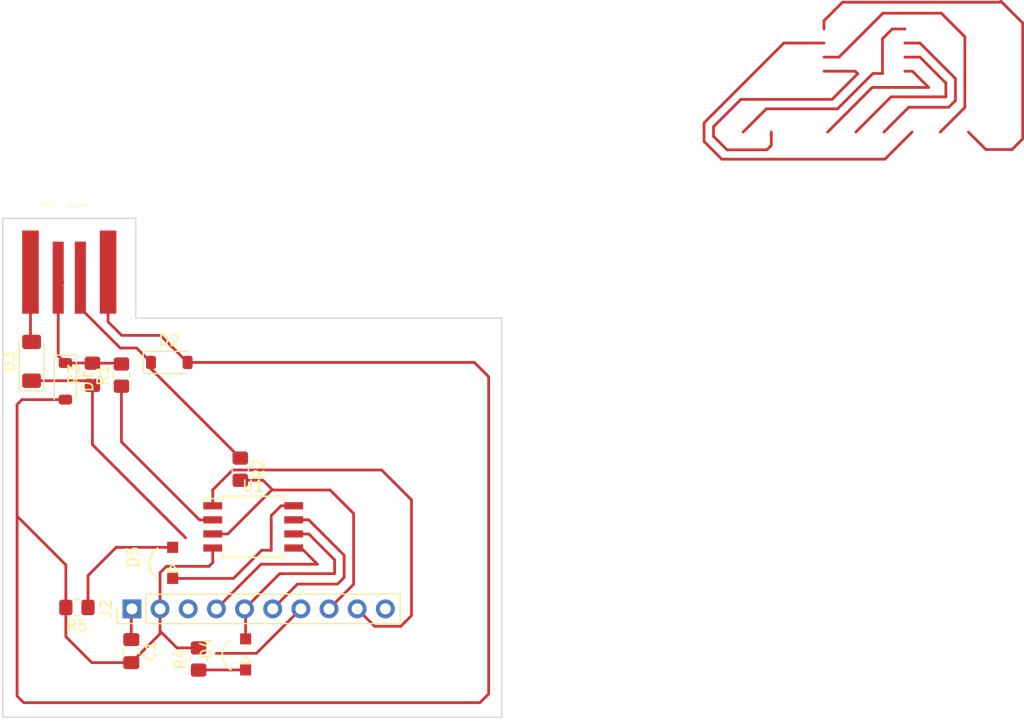
<source format=kicad_pcb>
(kicad_pcb (version 20221018) (generator pcbnew)
  (layers (0 "F.Cu" signal) (31 "B.Cu" signal) (34 "B.Paste" user) (35 "F.Paste" user) (36 "B.SilkS" user "B.Silkscreen") (37 "F.SilkS" user "F.Silkscreen") (38 "B.Mask" user) (39 "F.Mask" user) (44 "Edge.Cuts" user))
  (net 0 "")
  (net 1 "GND")
  (net 2 "Net-(D1-K)")
  (net 3 "+5V")
  (net 4 "Net-(D2-K)")
  (net 5 "Net-(D3-A)")
  (net 6 "Net-(D5-A)")
  (net 8 "Net-(J2-Pin_4)")
  (net 9 "Net-(D4-A)")
  (net 10 "Net-(J2-Pin_6)")
  (net 11 "Net-(J2-Pin_7)")
  (net 12 "Net-(J2-Pin_8)")
  (net 13 "Net-(J2-Pin_9)")
  (net 15 "Net-(D4-K)")
  (footprint "Resistor_SMD:R_0805_2012Metric_Pad1.20x1.40mm_HandSolder" (layer "F.Cu") (at 205.5622 116.9416 90)
    (fp_text reference "R4" (at 0 -1.65 90) (layer "F.SilkS"))
    (fp_text value "330Ω 5% 1/8W")
    (fp_line (start -0.227064 -0.735) (end 0.227064 -0.735) (stroke (width 0.12)) (layer "F.SilkS"))
    (fp_line (start -0.227064 0.735) (end 0.227064 0.735) (stroke (width 0.12)) (layer "F.SilkS"))
    (pad "1" smd roundrect (at -1 0 90) (size 1.2 1.4) (layers "F.Cu" "F.Paste" "F.Mask") (roundrect_rratio 0.208333) (net 15 "Net-(D4-K)"))
    (pad "2" smd roundrect (at 1 0 90) (size 1.2 1.4) (layers "F.Cu" "F.Paste" "F.Mask") (roundrect_rratio 0.208333) (net 1 "GND"))
  )
  (footprint "Resistor_SMD:R_0805_2012Metric_Pad1.20x1.40mm_HandSolder" (layer "F.Cu") (at 209.3214 99.822 -90)
    (fp_text reference "R2" (at 0 -1.65 90) (layer "F.SilkS"))
    (fp_text value "68Ω 5% 1/8W")
    (fp_line (start -0.227064 -0.735) (end 0.227064 -0.735) (stroke (width 0.12)) (layer "F.SilkS"))
    (fp_line (start -0.227064 0.735) (end 0.227064 0.735) (stroke (width 0.12)) (layer "F.SilkS"))
    (pad "1" smd roundrect (at -1 0 270) (size 1.2 1.4) (layers "F.Cu" "F.Paste" "F.Mask") (roundrect_rratio 0.208333) (net 4 "Net-(D2-K)"))
    (pad "2" smd roundrect (at 1 0 270) (size 1.2 1.4) (layers "F.Cu" "F.Paste" "F.Mask") (roundrect_rratio 0.208333) (net 12 "Net-(J2-Pin_8)"))
  )
  (footprint "Package_SO:SOIC-8W_5.3x5.3mm_P1.27mm" (layer "F.Cu") (at 210.4898 105.029)
    (fp_text reference "U1" (at 0 -3.68) (layer "F.SilkS"))
    (fp_text value "ATtiny85-20SU")
    (fp_line (start -2.75 -2.755) (end -2.75 -2.55) (stroke (width 0.15)) (layer "F.SilkS"))
    (fp_line (start -2.75 -2.755) (end 2.75 -2.755) (stroke (width 0.15)) (layer "F.SilkS"))
    (fp_line (start -2.75 -2.55) (end -4.5 -2.55) (stroke (width 0.15)) (layer "F.SilkS"))
    (fp_line (start -2.75 2.755) (end -2.75 2.455) (stroke (width 0.15)) (layer "F.SilkS"))
    (fp_line (start -2.75 2.755) (end 2.75 2.755) (stroke (width 0.15)) (layer "F.SilkS"))
    (fp_line (start 2.75 -2.755) (end 2.75 -2.455) (stroke (width 0.15)) (layer "F.SilkS"))
    (fp_line (start 2.75 2.755) (end 2.75 2.455) (stroke (width 0.15)) (layer "F.SilkS"))
    (pad "1" smd rect (at -3.65 -1.905) (size 1.7 0.65) (layers "F.Cu" "F.Paste" "F.Mask") (net 13 "Net-(J2-Pin_9)"))
    (pad "2" smd rect (at -3.65 -0.635) (size 1.7 0.65) (layers "F.Cu" "F.Paste" "F.Mask") (net 11 "Net-(J2-Pin_7)"))
    (pad "3" smd rect (at -3.65 0.635) (size 1.7 0.65) (layers "F.Cu" "F.Paste" "F.Mask") (net 12 "Net-(J2-Pin_8)"))
    (pad "4" smd rect (at -3.65 1.905) (size 1.7 0.65) (layers "F.Cu" "F.Paste" "F.Mask") (net 1 "GND"))
    (pad "5" smd rect (at 3.65 1.905) (size 1.7 0.65) (layers "F.Cu" "F.Paste" "F.Mask") (net 8 "Net-(J2-Pin_4)"))
    (pad "6" smd rect (at 3.65 0.635) (size 1.7 0.65) (layers "F.Cu" "F.Paste" "F.Mask") (net 9 "Net-(D4-A)"))
    (pad "7" smd rect (at 3.65 -0.635) (size 1.7 0.65) (layers "F.Cu" "F.Paste" "F.Mask") (net 10 "Net-(J2-Pin_6)"))
    (pad "8" smd rect (at 3.65 -1.905) (size 1.7 0.65) (layers "F.Cu" "F.Paste" "F.Mask") (net 3 "+5V"))
  )
  (footprint "ledSmd:ledSMD" (layer "F.Cu") (at 203.2254 107.8738 90)
    (fp_text reference "D5" (at 0.125 -3.55 90) (layer "F.SilkS"))
    (fp_text value "Led Red")
    (fp_line (start -1.2 0.5) (end -1.2 -0.5) (stroke (width 0.15)) (layer "F.SilkS"))
    (fp_line (start -1.15 -0.475) (end -0.5 0) (stroke (width 0.15)) (layer "F.SilkS"))
    (fp_line (start -0.5 0) (end -1.2 0.5) (stroke (width 0.15)) (layer "F.SilkS"))
    (fp_arc (start -1.786089 -1.331572) (mid -0.435753 -2.107089) (end 0.924999 -1.349999) (stroke (width 0.15)) (layer "F.SilkS"))
    (pad "1" smd rect (at -1.8 0 90) (size 1 1) (layers "F.Cu" "F.Paste" "F.Mask") (net 3 "+5V"))
    (pad "2" smd rect (at 1 0 90) (size 1 1) (layers "F.Cu" "F.Paste" "F.Mask") (net 6 "Net-(D5-A)"))
  )
  (footprint "embeddedPcbUsb:USB_A_UCC" (layer "F.Cu") (at 193.9 82.25 -90)
    (fp_text reference "J1" hide)
    (fp_text value "USB_PCB_A" hide)
    (fp_text user "UCC - uDuino" (at -6.05 -1.68) (layer "F.SilkS") (effects (font (size 0.38608 0.38608) (thickness 0.032512)) (justify right bottom)))
    (pad "1" smd rect (at -0.2 3.5 270) (size 7.5 1.5) (layers "F.Cu" "F.Paste" "F.Mask") (net 5 "Net-(D3-A)"))
    (pad "2" smd rect (at 0.3 1 270) (size 6.5 1) (layers "F.Cu" "F.Paste" "F.Mask") (net 2 "Net-(D1-K)"))
    (pad "3" smd rect (at 0.3 -1 270) (size 6.5 1) (layers "F.Cu" "F.Paste" "F.Mask") (net 4 "Net-(D2-K)"))
    (pad "4" smd rect (at -0.2 -3.5 270) (size 7.5 1.5) (layers "F.Cu" "F.Paste" "F.Mask") (net 1 "GND"))
  )
  (footprint "Capacitor_SMD:C_0805_2012Metric_Pad1.18x1.45mm_HandSolder" (layer "F.Cu") (at 199.4916 116.2304 -90)
    (fp_text reference "C1" (at 0 -1.68 90) (layer "F.SilkS"))
    (fp_text value "0.1u")
    (fp_line (start -0.261252 -0.735) (end 0.261252 -0.735) (stroke (width 0.12)) (layer "F.SilkS"))
    (fp_line (start -0.261252 0.735) (end 0.261252 0.735) (stroke (width 0.12)) (layer "F.SilkS"))
    (pad "1" smd roundrect (at -1.0375 0 270) (size 1.175 1.45) (layers "F.Cu" "F.Paste" "F.Mask") (roundrect_rratio 0.212766) (net 3 "+5V"))
    (pad "2" smd roundrect (at 1.0375 0 270) (size 1.175 1.45) (layers "F.Cu" "F.Paste" "F.Mask") (roundrect_rratio 0.212766) (net 1 "GND"))
  )
  (footprint "Connector_PinHeader_2.54mm:PinHeader_1x10_P2.54mm_Vertical" (layer "F.Cu") (at 199.5474 112.4204 90)
    (fp_text reference "J2" (at 0 -2.33 90) (layer "F.SilkS"))
    (fp_text value "Header")
    (fp_line (start -1.33 -1.33) (end 0 -1.33) (stroke (width 0.12)) (layer "F.SilkS"))
    (fp_line (start -1.33 0) (end -1.33 -1.33) (stroke (width 0.12)) (layer "F.SilkS"))
    (fp_line (start -1.33 1.27) (end -1.33 24.19) (stroke (width 0.12)) (layer "F.SilkS"))
    (fp_line (start -1.33 1.27) (end 1.33 1.27) (stroke (width 0.12)) (layer "F.SilkS"))
    (fp_line (start -1.33 24.19) (end 1.33 24.19) (stroke (width 0.12)) (layer "F.SilkS"))
    (fp_line (start 1.33 1.27) (end 1.33 24.19) (stroke (width 0.12)) (layer "F.SilkS"))
    (pad "1" thru_hole rect (at 0 0 90) (size 1.7 1.7) (drill 1) (layers "*.Cu" "*.Mask") (net 3 "+5V"))
    (pad "2" thru_hole oval (at 0 2.54 90) (size 1.7 1.7) (drill 1) (layers "*.Cu" "*.Mask") (net 1 "GND"))
    (pad "3" thru_hole oval (at 0 5.08 90) (size 1.7 1.7) (drill 1) (layers "*.Cu" "*.Mask"))
    (pad "4" thru_hole oval (at 0 7.62 90) (size 1.7 1.7) (drill 1) (layers "*.Cu" "*.Mask") (net 8 "Net-(J2-Pin_4)"))
    (pad "5" thru_hole oval (at 0 10.16 90) (size 1.7 1.7) (drill 1) (layers "*.Cu" "*.Mask") (net 9 "Net-(D4-A)"))
    (pad "6" thru_hole oval (at 0 12.7 90) (size 1.7 1.7) (drill 1) (layers "*.Cu" "*.Mask") (net 10 "Net-(J2-Pin_6)"))
    (pad "7" thru_hole oval (at 0 15.24 90) (size 1.7 1.7) (drill 1) (layers "*.Cu" "*.Mask") (net 11 "Net-(J2-Pin_7)"))
    (pad "8" thru_hole oval (at 0 17.78 90) (size 1.7 1.7) (drill 1) (layers "*.Cu" "*.Mask") (net 12 "Net-(J2-Pin_8)"))
    (pad "9" thru_hole oval (at 0 20.32 90) (size 1.7 1.7) (drill 1) (layers "*.Cu" "*.Mask") (net 13 "Net-(J2-Pin_9)"))
    (pad "10" thru_hole oval (at 0 22.86 90) (size 1.7 1.7) (drill 1) (layers "*.Cu" "*.Mask"))
  )
  (footprint "Diode_SMD:D_MiniMELF" (layer "F.Cu") (at 190.5 90.0938 90)
    (fp_text reference "D3" (at 0 -2 90) (layer "F.SilkS"))
    (fp_text value "PMLL4148L")
    (fp_line (start -2.66 -1.11) (end -2.66 1.11) (stroke (width 0.12)) (layer "F.SilkS"))
    (fp_line (start -2.66 1.11) (end 1.75 1.11) (stroke (width 0.12)) (layer "F.SilkS"))
    (fp_line (start 1.75 -1.11) (end -2.66 -1.11) (stroke (width 0.12)) (layer "F.SilkS"))
    (pad "1" smd roundrect (at -1.75 0 90) (size 1.3 1.7) (layers "F.Cu" "F.Paste" "F.Mask") (roundrect_rratio 0.1923076923) (net 3 "+5V"))
    (pad "2" smd roundrect (at 1.75 0 90) (size 1.3 1.7) (layers "F.Cu" "F.Paste" "F.Mask") (roundrect_rratio 0.1923076923) (net 5 "Net-(D3-A)"))
  )
  (footprint "Diode_SMD:D_SOD-123" (layer "F.Cu") (at 193.548 91.8972 -90)
    (fp_text reference "D1" (at 0 -2 90) (layer "F.SilkS"))
    (fp_text value "3.6v 1/2mW")
    (fp_line (start -2.36 -1) (end -2.36 1) (stroke (width 0.12)) (layer "F.SilkS"))
    (fp_line (start -2.36 -1) (end 1.65 -1) (stroke (width 0.12)) (layer "F.SilkS"))
    (fp_line (start -2.36 1) (end 1.65 1) (stroke (width 0.12)) (layer "F.SilkS"))
    (pad "1" smd roundrect (at -1.65 0 270) (size 0.9 1.2) (layers "F.Cu" "F.Paste" "F.Mask") (net 2 "Net-(D1-K)"))
    (pad "2" smd roundrect (at 1.65 0 270) (size 0.9 1.2) (layers "F.Cu" "F.Paste" "F.Mask") (net 1 "GND"))
  )
  (footprint "Resistor_SMD:R_0805_2012Metric_Pad1.20x1.40mm_HandSolder" (layer "F.Cu") (at 195.9864 91.2622 90)
    (fp_text reference "R3" (at 0 -1.65 90) (layer "F.SilkS"))
    (fp_text value "1.5kΩ 5% 1/8W")
    (fp_line (start -0.227064 -0.735) (end 0.227064 -0.735) (stroke (width 0.12)) (layer "F.SilkS"))
    (fp_line (start -0.227064 0.735) (end 0.227064 0.735) (stroke (width 0.12)) (layer "F.SilkS"))
    (pad "1" smd roundrect (at -1 0 90) (size 1.2 1.4) (layers "F.Cu" "F.Paste" "F.Mask") (roundrect_rratio 0.208333) (net 3 "+5V"))
    (pad "2" smd roundrect (at 1 0 90) (size 1.2 1.4) (layers "F.Cu" "F.Paste" "F.Mask") (roundrect_rratio 0.208333) (net 2 "Net-(D1-K)"))
  )
  (footprint "Diode_SMD:D_SOD-123" (layer "F.Cu") (at 202.9206 90.1954)
    (fp_text reference "D2" (at 0 -2) (layer "F.SilkS"))
    (fp_text value "3.6v 1/2mW")
    (fp_line (start -2.36 -1) (end -2.36 1) (stroke (width 0.12)) (layer "F.SilkS"))
    (fp_line (start -2.36 -1) (end 1.65 -1) (stroke (width 0.12)) (layer "F.SilkS"))
    (fp_line (start -2.36 1) (end 1.65 1) (stroke (width 0.12)) (layer "F.SilkS"))
    (pad "1" smd roundrect (at -1.65 0) (size 0.9 1.2) (layers "F.Cu" "F.Paste" "F.Mask") (net 4 "Net-(D2-K)"))
    (pad "2" smd roundrect (at 1.65 0) (size 0.9 1.2) (layers "F.Cu" "F.Paste" "F.Mask") (net 1 "GND"))
  )
  (footprint "Resistor_SMD:R_0805_2012Metric_Pad1.20x1.40mm_HandSolder" (layer "F.Cu") (at 198.6026 91.3384 90)
    (fp_text reference "R1" (at 0 -1.65 90) (layer "F.SilkS"))
    (fp_text value "68Ω 5% 1/8W")
    (fp_line (start -0.227064 -0.735) (end 0.227064 -0.735) (stroke (width 0.12)) (layer "F.SilkS"))
    (fp_line (start -0.227064 0.735) (end 0.227064 0.735) (stroke (width 0.12)) (layer "F.SilkS"))
    (pad "1" smd roundrect (at -1 0 90) (size 1.2 1.4) (layers "F.Cu" "F.Paste" "F.Mask") (roundrect_rratio 0.208333) (net 11 "Net-(J2-Pin_7)"))
    (pad "2" smd roundrect (at 1 0 90) (size 1.2 1.4) (layers "F.Cu" "F.Paste" "F.Mask") (roundrect_rratio 0.208333) (net 2 "Net-(D1-K)"))
  )
  (footprint "ledSmd:ledSMD" (layer "F.Cu") (at 209.804 116.1288 90)
    (fp_text reference "D4" (at 0.125 -3.55 90) (layer "F.SilkS"))
    (fp_text value "Led Green")
    (fp_line (start -1.2 0.5) (end -1.2 -0.5) (stroke (width 0.15)) (layer "F.SilkS"))
    (fp_line (start -1.15 -0.475) (end -0.5 0) (stroke (width 0.15)) (layer "F.SilkS"))
    (fp_line (start -0.5 0) (end -1.2 0.5) (stroke (width 0.15)) (layer "F.SilkS"))
    (fp_arc (start -1.786089 -1.331572) (mid -0.435753 -2.107089) (end 0.924999 -1.349999) (stroke (width 0.15)) (layer "F.SilkS"))
    (pad "1" smd rect (at -1.8 0 90) (size 1 1) (layers "F.Cu" "F.Paste" "F.Mask") (net 15 "Net-(D4-K)"))
    (pad "2" smd rect (at 1 0 90) (size 1 1) (layers "F.Cu" "F.Paste" "F.Mask") (net 9 "Net-(D4-A)"))
  )
  (footprint "Resistor_SMD:R_0805_2012Metric_Pad1.20x1.40mm_HandSolder" (layer "F.Cu") (at 194.5894 112.2934 180)
    (fp_text reference "R5" (at 0 -1.65) (layer "F.SilkS"))
    (fp_text value "330Ω 5% 1/8W")
    (fp_line (start -0.227064 -0.735) (end 0.227064 -0.735) (stroke (width 0.12)) (layer "F.SilkS"))
    (fp_line (start -0.227064 0.735) (end 0.227064 0.735) (stroke (width 0.12)) (layer "F.SilkS"))
    (pad "1" smd roundrect (at -1 0 180) (size 1.2 1.4) (layers "F.Cu" "F.Paste" "F.Mask") (roundrect_rratio 0.208333) (net 6 "Net-(D5-A)"))
    (pad "2" smd roundrect (at 1 0 180) (size 1.2 1.4) (layers "F.Cu" "F.Paste" "F.Mask") (roundrect_rratio 0.208333) (net 1 "GND"))
  )
  (gr_line (start 187.9 122.2) (end 187.9 77.2) (stroke (width 0.1)) (layer "Edge.Cuts"))
  (gr_line (start 187.9 77.2) (end 199.9 77.2) (stroke (width 0.1)) (layer "Edge.Cuts"))
  (gr_line (start 232.9 122.2) (end 232.9 86.2) (stroke (width 0.1)) (layer "Edge.Cuts"))
  (gr_line (start 199.9 77.2) (end 199.9 86.2) (stroke (width 0.1)) (layer "Edge.Cuts"))
  (gr_line (start 232.9 86.2) (end 199.9 86.2) (stroke (width 0.1)) (layer "Edge.Cuts"))
  (gr_line (start 187.9 122.2) (end 232.9 122.2) (stroke (width 0.1)) (layer "Edge.Cuts"))
  (segment (start 193.5894 108.458) (end 189.1952 104.0638) (width 0.25) (layer "F.Cu") (net 1))
  (segment (start 230.9368 120.8786) (end 189.7888 120.8786) (width 0.25) (layer "F.Cu") (net 1))
  (segment (start 252.0024 69.7992) (end 253.2216 71.0184) (width 0.25) (layer "F.Cu") (net 1))
  (segment (start 189.1952 120.253) (end 189.1952 104.0638) (width 0.25) (layer "F.Cu") (net 1))
  (segment (start 231.7242 91.4908) (end 231.7242 120.0912) (width 0.25) (layer "F.Cu") (net 1))
  (segment (start 189.6374 93.5472) (end 193.548 93.5472) (width 0.25) (layer "F.Cu") (net 1))
  (segment (start 230.4288 90.1954) (end 231.7242 91.4908) (width 0.25) (layer "F.Cu") (net 1))
  (segment (start 206.8398 108.2472) (end 206.8398 106.934) (width 0.25) (layer "F.Cu") (net 1))
  (segment (start 189.1792 94.0054) (end 189.1952 94.0214) (width 0.25) (layer "F.Cu") (net 1))
  (segment (start 203.610281 115.9416) (end 202.0874 114.418719) (width 0.25) (layer "F.Cu") (net 1))
  (segment (start 189.1952 94.0214) (end 189.1952 99.06) (width 0.25) (layer "F.Cu") (net 1))
  (segment (start 189.7888 120.8786) (end 189.1792 120.269) (width 0.25) (layer "F.Cu") (net 1))
  (segment (start 195.9317 117.2679) (end 193.5894 114.9256) (width 0.25) (layer "F.Cu") (net 1))
  (segment (start 257.2144 70.620281) (end 257.2144 69.4182) (width 0.25) (layer "F.Cu") (net 1))
  (segment (start 204.5706 90.1954) (end 230.4288 90.1954) (width 0.25) (layer "F.Cu") (net 1))
  (segment (start 261.9668 63.9318) (end 264.7786 63.9318) (width 0.25) (layer "F.Cu") (net 1))
  (segment (start 253.2216 71.0184) (end 256.816281 71.0184) (width 0.25) (layer "F.Cu") (net 1))
  (segment (start 197.4 86.529) (end 198.628 87.757) (width 0.25) (layer "F.Cu") (net 1))
  (segment (start 199.4916 117.2679) (end 195.9317 117.2679) (width 0.25) (layer "F.Cu") (net 1))
  (segment (start 262.696541 66.471059) (end 254.471541 66.471059) (width 0.25) (layer "F.Cu") (net 1))
  (segment (start 256.816281 71.0184) (end 257.2144 70.620281) (width 0.25) (layer "F.Cu") (net 1))
  (segment (start 202.1322 87.757) (end 204.5706 90.1954) (width 0.25) (layer "F.Cu") (net 1))
  (segment (start 189.1792 120.269) (end 189.1952 120.253) (width 0.25) (layer "F.Cu") (net 1))
  (segment (start 264.7786 63.9318) (end 265.0072 64.1604) (width 0.25) (layer "F.Cu") (net 1))
  (segment (start 189.1792 94.0054) (end 189.6374 93.5472) (width 0.25) (layer "F.Cu") (net 1))
  (segment (start 202.0874 114.418719) (end 202.0874 112.4204) (width 0.25) (layer "F.Cu") (net 1))
  (segment (start 231.7242 120.0912) (end 230.9368 120.8786) (width 0.25) (layer "F.Cu") (net 1))
  (segment (start 254.471541 66.471059) (end 252.0024 68.9402) (width 0.25) (layer "F.Cu") (net 1))
  (segment (start 189.1952 99.06) (end 189.1952 104.0638) (width 0.25) (layer "F.Cu") (net 1))
  (segment (start 197.4 82.05) (end 197.4 86.529) (width 0.25) (layer "F.Cu") (net 1))
  (segment (start 202.0874 109.1618) (end 202.6642 108.585) (width 0.25) (layer "F.Cu") (net 1))
  (segment (start 193.5894 112.2934) (end 193.5894 108.458) (width 0.25) (layer "F.Cu") (net 1))
  (segment (start 252.0024 68.9402) (end 252.0024 69.7992) (width 0.25) (layer "F.Cu") (net 1))
  (segment (start 265.0072 64.1604) (end 262.696541 66.471059) (width 0.25) (layer "F.Cu") (net 1))
  (segment (start 193.9693 112.2934) (end 193.5894 112.2934) (width 0.25) (layer "F.Cu") (net 1))
  (segment (start 198.628 87.757) (end 202.1322 87.757) (width 0.25) (layer "F.Cu") (net 1))
  (segment (start 202.0874 114.418719) (end 202.0874 114.6721) (width 0.25) (layer "F.Cu") (net 1))
  (segment (start 193.5894 112.2934) (end 193.5894 114.9256) (width 0.25) (layer "F.Cu") (net 1))
  (segment (start 205.5622 115.9416) (end 203.610281 115.9416) (width 0.25) (layer "F.Cu") (net 1))
  (segment (start 206.502 108.585) (end 206.8398 108.2472) (width 0.25) (layer "F.Cu") (net 1))
  (segment (start 202.6642 108.585) (end 206.502 108.585) (width 0.25) (layer "F.Cu") (net 1))
  (segment (start 202.0874 112.4204) (end 202.0874 109.1618) (width 0.25) (layer "F.Cu") (net 1))
  (segment (start 202.0874 114.6721) (end 199.4916 117.2679) (width 0.25) (layer "F.Cu") (net 1))
  (segment (start 192.9 82.55) (end 192.9 89.5992) (width 0.25) (layer "F.Cu") (net 2))
  (segment (start 198.5264 90.2622) (end 198.6026 90.3384) (width 0.25) (layer "F.Cu") (net 2))
  (segment (start 193.548 90.2472) (end 195.9714 90.2472) (width 0.25) (layer "F.Cu") (net 2))
  (segment (start 195.9714 90.2472) (end 195.9864 90.2622) (width 0.25) (layer "F.Cu") (net 2))
  (segment (start 193.3194 82.9694) (end 192.9 82.55) (width 0.25) (layer "F.Cu") (net 2))
  (segment (start 195.9864 90.2622) (end 198.5264 90.2622) (width 0.25) (layer "F.Cu") (net 2))
  (segment (start 192.9 89.5992) (end 193.548 90.2472) (width 0.25) (layer "F.Cu") (net 2))
  (segment (start 198.9478 90.1098) (end 199.136 90.298) (width 0.25) (layer "F.Cu") (net 2))
  (segment (start 195.9476 92.301) (end 195.9864 92.2622) (width 0.25) (layer "F.Cu") (net 3))
  (segment (start 266.375518 64.135) (end 263.189459 67.321059) (width 0.25) (layer "F.Cu") (net 3))
  (segment (start 267.2424 64.135) (end 266.375518 64.135) (width 0.25) (layer "F.Cu") (net 3))
  (segment (start 199.4916 115.1929) (end 199.4916 112.4762) (width 0.25) (layer "F.Cu") (net 3))
  (segment (start 190.5 91.8438) (end 195.568 91.8438) (width 0.25) (layer "F.Cu") (net 3))
  (segment (start 195.568 91.8438) (end 195.9864 92.2622) (width 0.25) (layer "F.Cu") (net 3))
  (segment (start 212.1154 104.009787) (end 212.1154 107.1372) (width 0.25) (layer "F.Cu") (net 3))
  (segment (start 212.1154 107.1372) (end 211.248518 107.1372) (width 0.25) (layer "F.Cu") (net 3))
  (segment (start 256.771541 67.321059) (end 254.6744 69.4182) (width 0.25) (layer "F.Cu") (net 3))
  (segment (start 269.2668 60.1218) (end 268.128187 60.1218) (width 0.25) (layer "F.Cu") (net 3))
  (segment (start 199.4916 112.4762) (end 199.5474 112.4204) (width 0.25) (layer "F.Cu") (net 3))
  (segment (start 195.9864 92.2622) (end 195.9864 97.6122) (width 0.25) (layer "F.Cu") (net 3))
  (segment (start 214.1398 103.124) (end 213.001187 103.124) (width 0.25) (layer "F.Cu") (net 3))
  (segment (start 213.001187 103.124) (end 212.1154 104.009787) (width 0.25) (layer "F.Cu") (net 3))
  (segment (start 267.2424 61.007587) (end 267.2424 64.135) (width 0.25) (layer "F.Cu") (net 3))
  (segment (start 203.2254 109.6738) (end 208.711918 109.6738) (width 0.25) (layer "F.Cu") (net 3))
  (segment (start 268.128187 60.1218) (end 267.2424 61.007587) (width 0.25) (layer "F.Cu") (net 3))
  (segment (start 208.711918 109.6738) (end 211.248518 107.1372) (width 0.25) (layer "F.Cu") (net 3))
  (segment (start 263.189459 67.321059) (end 256.771541 67.321059) (width 0.25) (layer "F.Cu") (net 3))
  (segment (start 195.9864 97.6122) (end 204.3938 106.0196) (width 0.25) (layer "F.Cu") (net 3))
  (segment (start 194.9 85.3) (end 198.4944 88.8944) (width 0.25) (layer "F.Cu") (net 4))
  (segment (start 199.9696 88.8944) (end 201.2706 90.1954) (width 0.25) (layer "F.Cu") (net 4))
  (segment (start 201.2706 90.7712) (end 209.3214 98.822) (width 0.25) (layer "F.Cu") (net 4))
  (segment (start 198.4944 88.8944) (end 199.9696 88.8944) (width 0.25) (layer "F.Cu") (net 4))
  (segment (start 201.2706 90.1954) (end 201.2706 90.7712) (width 0.25) (layer "F.Cu") (net 4))
  (segment (start 194.9 82.55) (end 194.9 85.3) (width 0.25) (layer "F.Cu") (net 4))
  (segment (start 190.4 82.05) (end 190.4 88.2438) (width 0.25) (layer "F.Cu") (net 5))
  (segment (start 190.5 82.15) (end 190.4 82.05) (width 0.25) (layer "F.Cu") (net 5))
  (segment (start 190.4 88.2438) (end 190.5 88.3438) (width 0.25) (layer "F.Cu") (net 5))
  (segment (start 198.1294 106.8738) (end 203.2254 106.8738) (width 0.25) (layer "F.Cu") (net 6))
  (segment (start 195.5894 112.2934) (end 195.5894 109.4138) (width 0.25) (layer "F.Cu") (net 6))
  (segment (start 195.5894 109.4138) (end 198.1294 106.8738) (width 0.25) (layer "F.Cu") (net 6))
  (segment (start 207.1674 112.4204) (end 211.1924 108.3954) (width 0.25) (layer "F.Cu") (net 8))
  (segment (start 266.3194 65.3932) (end 271.408 65.3932) (width 0.25) (layer "F.Cu") (net 8))
  (segment (start 269.9466 63.9318) (end 269.2668 63.9318) (width 0.25) (layer "F.Cu") (net 8))
  (segment (start 214.8196 106.934) (end 214.1398 106.934) (width 0.25) (layer "F.Cu") (net 8))
  (segment (start 216.281 108.3954) (end 214.8196 106.934) (width 0.25) (layer "F.Cu") (net 8))
  (segment (start 211.1924 108.3954) (end 216.281 108.3954) (width 0.25) (layer "F.Cu") (net 8))
  (segment (start 262.2944 69.4182) (end 266.3194 65.3932) (width 0.25) (layer "F.Cu") (net 8))
  (segment (start 271.408 65.3932) (end 269.9466 63.9318) (width 0.25) (layer "F.Cu") (net 8))
  (segment (start 270.6218 62.6618) (end 269.2668 62.6618) (width 0.25) (layer "F.Cu") (net 9))
  (segment (start 217.8304 109.2454) (end 217.8304 107.9996) (width 0.25) (layer "F.Cu") (net 9))
  (segment (start 212.8824 109.2454) (end 217.8304 109.2454) (width 0.25) (layer "F.Cu") (net 9))
  (segment (start 209.7074 112.4204) (end 212.8824 109.2454) (width 0.25) (layer "F.Cu") (net 9))
  (segment (start 268.0094 66.2432) (end 272.9574 66.2432) (width 0.25) (layer "F.Cu") (net 9))
  (segment (start 217.8304 107.9996) (end 215.4948 105.664) (width 0.25) (layer "F.Cu") (net 9))
  (segment (start 272.9574 66.2432) (end 272.9574 64.9974) (width 0.25) (layer "F.Cu") (net 9))
  (segment (start 272.9574 64.9974) (end 270.6218 62.6618) (width 0.25) (layer "F.Cu") (net 9))
  (segment (start 264.8344 69.4182) (end 268.0094 66.2432) (width 0.25) (layer "F.Cu") (net 9))
  (segment (start 215.4948 105.664) (end 214.1398 105.664) (width 0.25) (layer "F.Cu") (net 9))
  (segment (start 209.804 112.517) (end 209.7074 112.4204) (width 0.25) (layer "F.Cu") (net 9))
  (segment (start 209.804 115.1288) (end 209.804 112.517) (width 0.25) (layer "F.Cu") (net 9))
  (segment (start 273.821 66.581682) (end 273.821 64.591) (width 0.25) (layer "F.Cu") (net 10))
  (segment (start 212.2474 112.4204) (end 214.4826 110.1852) (width 0.25) (layer "F.Cu") (net 10))
  (segment (start 218.694 107.5932) (end 215.4948 104.394) (width 0.25) (layer "F.Cu") (net 10))
  (segment (start 273.821 64.591) (end 270.6218 61.3918) (width 0.25) (layer "F.Cu") (net 10))
  (segment (start 218.092682 110.1852) (end 218.694 109.583882) (width 0.25) (layer "F.Cu") (net 10))
  (segment (start 215.4948 104.394) (end 214.1398 104.394) (width 0.25) (layer "F.Cu") (net 10))
  (segment (start 270.6218 61.3918) (end 269.2668 61.3918) (width 0.25) (layer "F.Cu") (net 10))
  (segment (start 269.6096 67.183) (end 273.219682 67.183) (width 0.25) (layer "F.Cu") (net 10))
  (segment (start 267.3744 69.4182) (end 269.6096 67.183) (width 0.25) (layer "F.Cu") (net 10))
  (segment (start 273.219682 67.183) (end 273.821 66.581682) (width 0.25) (layer "F.Cu") (net 10))
  (segment (start 214.4826 110.1852) (end 218.092682 110.1852) (width 0.25) (layer "F.Cu") (net 10))
  (segment (start 218.694 109.583882) (end 218.694 107.5932) (width 0.25) (layer "F.Cu") (net 10))
  (segment (start 205.6384 104.394) (end 206.8398 104.394) (width 0.25) (layer "F.Cu") (net 11))
  (segment (start 214.7874 112.4204) (end 210.7742 116.4336) (width 0.25) (layer "F.Cu") (net 11))
  (segment (start 252.7508 71.8684) (end 267.4642 71.8684) (width 0.25) (layer "F.Cu") (net 11))
  (segment (start 198.6026 92.3384) (end 198.6026 97.3582) (width 0.25) (layer "F.Cu") (net 11))
  (segment (start 267.4642 71.8684) (end 269.9144 69.4182) (width 0.25) (layer "F.Cu") (net 11))
  (segment (start 210.7742 116.4336) (end 207.1624 116.4336) (width 0.25) (layer "F.Cu") (net 11))
  (segment (start 261.9668 61.3918) (end 258.348718 61.3918) (width 0.25) (layer "F.Cu") (net 11))
  (segment (start 251.1524 70.27) (end 252.7508 71.8684) (width 0.25) (layer "F.Cu") (net 11))
  (segment (start 258.348718 61.3918) (end 251.1524 68.588118) (width 0.25) (layer "F.Cu") (net 11))
  (segment (start 251.1524 68.588118) (end 251.1524 70.27) (width 0.25) (layer "F.Cu") (net 11))
  (segment (start 198.6026 97.3582) (end 205.6384 104.394) (width 0.25) (layer "F.Cu") (net 11))
  (segment (start 263.3218 62.6618) (end 261.9668 62.6618) (width 0.25) (layer "F.Cu") (net 12))
  (segment (start 272.551 58.6994) (end 267.2842 58.6994) (width 0.25) (layer "F.Cu") (net 12))
  (segment (start 219.544 103.8216) (end 217.424 101.7016) (width 0.25) (layer "F.Cu") (net 12))
  (segment (start 208.1948 105.664) (end 206.8398 105.664) (width 0.25) (layer "F.Cu") (net 12))
  (segment (start 267.2842 58.6994) (end 263.3218 62.6618) (width 0.25) (layer "F.Cu") (net 12))
  (segment (start 212.1572 101.7016) (end 208.1948 105.664) (width 0.25) (layer "F.Cu") (net 12))
  (segment (start 219.544 110.2038) (end 219.544 103.8216) (width 0.25) (layer "F.Cu") (net 12))
  (segment (start 212.2424 101.7016) (end 212.1572 101.7016) (width 0.25) (layer "F.Cu") (net 12))
  (segment (start 209.3214 100.822) (end 211.3628 100.822) (width 0.25) (layer "F.Cu") (net 12))
  (segment (start 217.3274 112.4204) (end 219.544 110.2038) (width 0.25) (layer "F.Cu") (net 12))
  (segment (start 217.424 101.7016) (end 212.2424 101.7016) (width 0.25) (layer "F.Cu") (net 12))
  (segment (start 274.671 67.2016) (end 274.671 60.8194) (width 0.25) (layer "F.Cu") (net 12))
  (segment (start 272.4544 69.4182) (end 274.671 67.2016) (width 0.25) (layer "F.Cu") (net 12))
  (segment (start 211.3628 100.822) (end 212.2424 101.7016) (width 0.25) (layer "F.Cu") (net 12))
  (segment (start 274.671 60.8194) (end 272.551 58.6994) (width 0.25) (layer "F.Cu") (net 12))
  (segment (start 224.7646 102.5906) (end 224.7646 113.03) (width 0.25) (layer "F.Cu") (net 13))
  (segment (start 221.4424 113.9954) (end 219.8674 112.4204) (width 0.25) (layer "F.Cu") (net 13))
  (segment (start 222.071 99.897) (end 222.8088 100.6348) (width 0.25) (layer "F.Cu") (net 13))
  (segment (start 261.9668 60.1218) (end 261.9668 59.3776) (width 0.25) (layer "F.Cu") (net 13))
  (segment (start 206.8398 103.124) (end 206.8398 101.6835) (width 0.25) (layer "F.Cu") (net 13))
  (segment (start 277.9358 57.6326) (end 279.8916 59.5884) (width 0.25) (layer "F.Cu") (net 13))
  (segment (start 224.7646 113.03) (end 223.7992 113.9954) (width 0.25) (layer "F.Cu") (net 13))
  (segment (start 263.6356 57.7088) (end 277.8596 57.7088) (width 0.25) (layer "F.Cu") (net 13))
  (segment (start 222.8088 100.6348) (end 224.7646 102.5906) (width 0.25) (layer "F.Cu") (net 13))
  (segment (start 277.8596 57.7088) (end 277.9358 57.6326) (width 0.25) (layer "F.Cu") (net 13))
  (segment (start 276.5694 70.9932) (end 274.9944 69.4182) (width 0.25) (layer "F.Cu") (net 13))
  (segment (start 208.6263 99.897) (end 222.071 99.897) (width 0.25) (layer "F.Cu") (net 13))
  (segment (start 223.7992 113.9954) (end 221.4424 113.9954) (width 0.25) (layer "F.Cu") (net 13))
  (segment (start 206.8398 101.6835) (end 208.6263 99.897) (width 0.25) (layer "F.Cu") (net 13))
  (segment (start 278.9262 70.9932) (end 276.5694 70.9932) (width 0.25) (layer "F.Cu") (net 13))
  (segment (start 261.9668 59.3776) (end 263.6356 57.7088) (width 0.25) (layer "F.Cu") (net 13))
  (segment (start 279.8916 70.0278) (end 278.9262 70.9932) (width 0.25) (layer "F.Cu") (net 13))
  (segment (start 279.8916 59.5884) (end 279.8916 70.0278) (width 0.25) (layer "F.Cu") (net 13))
  (segment (start 209.804 117.9288) (end 205.575 117.9288) (width 0.25) (layer "F.Cu") (net 15))
  (segment (start 205.575 117.9288) (end 205.5622 117.9416) (width 0.25) (layer "F.Cu") (net 15))
)
</source>
